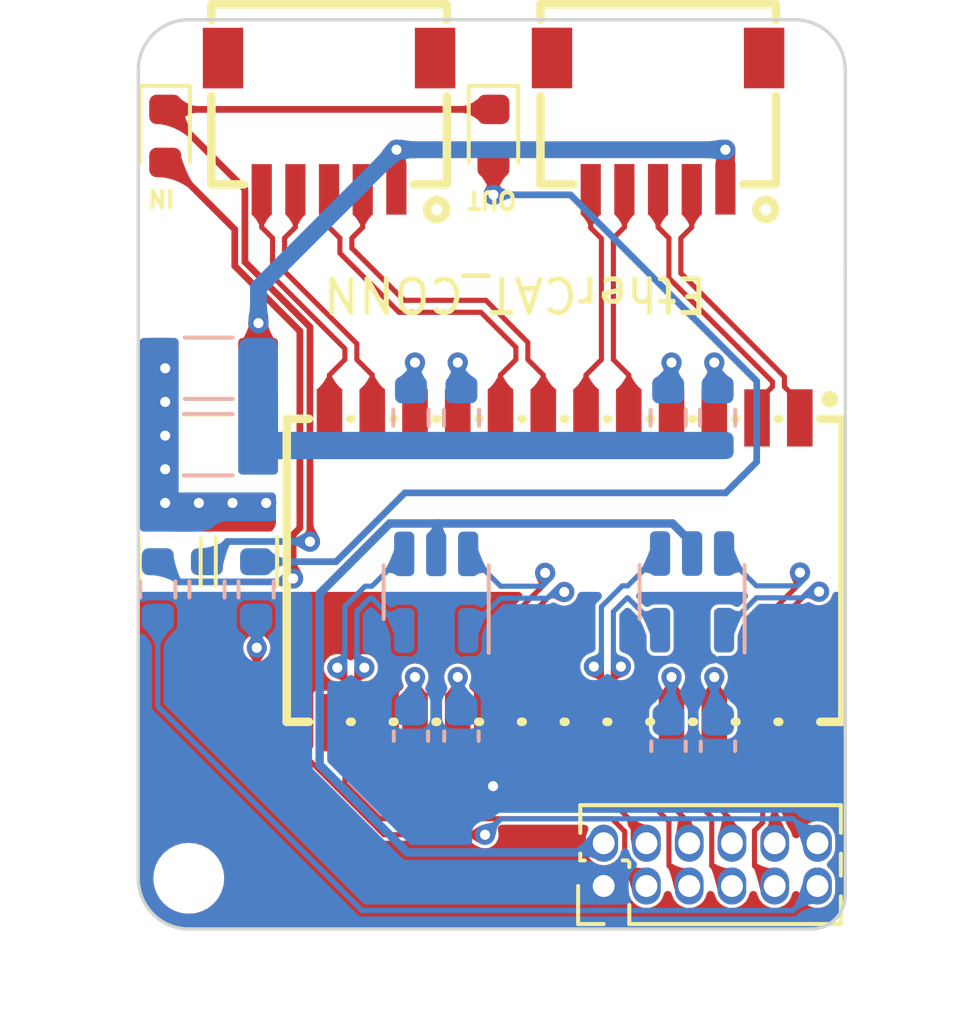
<source format=kicad_pcb>
(kicad_pcb (version 20221018) (generator pcbnew)
  (layers (0 "F.Cu" signal) (31 "B.Cu" signal) (34 "B.Paste" user) (35 "F.Paste" user) (36 "B.SilkS" user "B.Silkscreen") (37 "F.SilkS" user "F.Silkscreen") (38 "B.Mask" user) (39 "F.Mask" user) (44 "Edge.Cuts" user))
  (net 0 "")
  (net 1 "GND")
  (net 2 "Net-(C1-Pad2)")
  (net 3 "Net-(C2-Pad2)")
  (net 4 "Net-(C3-Pad2)")
  (net 5 "Net-(C4-Pad2)")
  (net 6 "Earth")
  (net 7 "Net-(C6-Pad1)")
  (net 8 "Net-(C7-Pad2)")
  (net 9 "/CONN/P0_MTXOP")
  (net 10 "/CONN/P0_MTXON")
  (net 11 "/CONN/P0_MRXIP")
  (net 12 "/CONN/P0_MRXIN")
  (net 15 "/CONN/P1_MTXOP")
  (net 16 "/CONN/P1_MTXON")
  (net 17 "/CONN/P1_MRXIP")
  (net 18 "/CONN/P1_MRXIN")
  (net 21 "Net-(D1-K)")
  (net 22 "Net-(D1-A)")
  (net 23 "Net-(D2-A)")
  (net 24 "A3V3")
  (net 25 "/CONN/P1_TXOP")
  (net 26 "/CONN/P1_TXON")
  (net 27 "/CONN/P1_RXIP")
  (net 28 "/CONN/P1_RXIN")
  (net 29 "/CONN/P0_TXOP")
  (net 30 "/CONN/P0_TXON")
  (net 31 "/CONN/P0_RXIP")
  (net 32 "/CONN/P0_RXIN")
  (net 33 "/CONN/P0_ACT")
  (net 34 "/CONN/P1_ACT")
  (net 35 "Net-(L1-Pad3)")
  (net 36 "Net-(L1-Pad4)")
  (net 37 "Net-(L1-Pad9)")
  (net 38 "Net-(L1-Pad10)")
  (footprint "Capacitor_SMD:C_1206_3216Metric" (layer "F.Cu") (at 147.1425 96.745 90)
    (fp_text reference "C5" hide)
    (fp_text value "1000p")
    (pad "1" smd roundrect (at -1.475 0 90) (size 1.15 1.8) (layers "F.Cu" "F.Paste" "F.Mask") (roundrect_rratio 0.2173913043) (net 1 "GND"))
    (pad "2" smd roundrect (at 1.475 0 90) (size 1.15 1.8) (layers "F.Cu" "F.Paste" "F.Mask") (roundrect_rratio 0.2173913043) (net 6 "Earth"))
  )
  (footprint "LED_SMD:LED_0603_1608Metric" (layer "F.Cu") (at 147 84.1 -90)
    (fp_text reference "D1" hide)
    (fp_text value "GREEN")
    (pad "1" smd roundrect (at -0.7875 0 270) (size 0.875 0.95) (layers "F.Cu" "F.Paste" "F.Mask") (net 21 "Net-(D1-K)"))
    (pad "2" smd roundrect (at 0.7875 0 270) (size 0.875 0.95) (layers "F.Cu" "F.Paste" "F.Mask") (net 22 "Net-(D1-A)"))
  )
  (footprint "LED_SMD:LED_0603_1608Metric" (layer "F.Cu") (at 156.75 84.1 -90)
    (fp_text reference "D2" hide)
    (fp_text value "GREEN")
    (pad "1" smd roundrect (at -0.7875 0 270) (size 0.875 0.95) (layers "F.Cu" "F.Paste" "F.Mask") (net 21 "Net-(D1-K)"))
    (pad "2" smd roundrect (at 0.7875 0 270) (size 0.875 0.95) (layers "F.Cu" "F.Paste" "F.Mask") (net 23 "Net-(D2-A)"))
  )
  (footprint "EXTRA IC:CONN-TH_5019530507" (layer "F.Cu") (at 161.64 83.736 180)
    (fp_text reference "CN1" hide)
    (fp_text value "5019530507")
    (pad "1" smd rect (at 2 -1.95 180) (size 0.6 1.5) (layers "F.Cu" "F.Paste" "F.Mask") (net 9 "/CONN/P0_MTXOP"))
    (pad "2" smd rect (at 1 -1.95 180) (size 0.6 1.5) (layers "F.Cu" "F.Paste" "F.Mask") (net 10 "/CONN/P0_MTXON"))
    (pad "3" smd rect (at 0 -1.95 180) (size 0.6 1.5) (layers "F.Cu" "F.Paste" "F.Mask") (net 11 "/CONN/P0_MRXIP"))
    (pad "4" smd rect (at -1 -1.95 180) (size 0.6 1.5) (layers "F.Cu" "F.Paste" "F.Mask") (net 12 "/CONN/P0_MRXIN"))
    (pad "5" smd rect (at -2 -1.95 180) (size 0.6 1.5) (layers "F.Cu" "F.Paste" "F.Mask") (net 8 "Net-(C7-Pad2)"))
    (pad "6" smd rect (at -3.15 1.95 180) (size 1.2 1.8) (layers "F.Cu" "F.Paste" "F.Mask"))
    (pad "7" smd rect (at 3.15 1.95 180) (size 1.2 1.8) (layers "F.Cu" "F.Paste" "F.Mask"))
  )
  (footprint "EXTRA IC:MountingHole_1.7mm_M1.6" (layer "F.Cu") (at 165.700164 88.15)
    (fp_text reference "H2" hide)
    (fp_text value "MountingHole")
    (pad "" np_thru_hole circle (at 0 0) (size 1.7 1.7) (drill 1.7) (layers "*.Cu" "*.Mask"))
  )
  (footprint "EXTRA IC:MountingHole_1.7mm_M1.6" (layer "F.Cu") (at 147.700164 106.147)
    (fp_text reference "H1" hide)
    (fp_text value "MountingHole")
    (pad "" np_thru_hole circle (at 0 0) (size 1.7 1.7) (drill 1.7) (layers "*.Cu" "*.Mask"))
  )
  (footprint "EXTRA IC:SMD-24_L16.5-W9.0-P1.27-LS9.7-BL" (layer "F.Cu") (at 158.865 97 180)
    (fp_text reference "L1" hide)
    (fp_text value "G2425S")
    (pad "1" smd rect (at -6.985 4.525 180) (size 0.76 1.7) (layers "F.Cu" "F.Paste" "F.Mask") (net 12 "/CONN/P0_MRXIN"))
    (pad "2" smd rect (at -5.715 4.525 180) (size 0.76 1.7) (layers "F.Cu" "F.Paste" "F.Mask") (net 11 "/CONN/P0_MRXIP"))
    (pad "3" smd rect (at -4.445 4.525 180) (size 0.76 1.7) (layers "F.Cu" "F.Paste" "F.Mask") (net 35 "Net-(L1-Pad3)"))
    (pad "4" smd rect (at -3.175 4.525 180) (size 0.76 1.7) (layers "F.Cu" "F.Paste" "F.Mask") (net 36 "Net-(L1-Pad4)"))
    (pad "5" smd rect (at -1.905 4.525 180) (size 0.76 1.7) (layers "F.Cu" "F.Paste" "F.Mask") (net 10 "/CONN/P0_MTXON"))
    (pad "6" smd rect (at -0.635 4.525 180) (size 0.76 1.7) (layers "F.Cu" "F.Paste" "F.Mask") (net 9 "/CONN/P0_MTXOP"))
    (pad "7" smd rect (at 0.635 4.525 180) (size 0.76 1.7) (layers "F.Cu" "F.Paste" "F.Mask") (net 18 "/CONN/P1_MRXIN"))
    (pad "8" smd rect (at 1.905 4.525 180) (size 0.76 1.7) (layers "F.Cu" "F.Paste" "F.Mask") (net 17 "/CONN/P1_MRXIP"))
    (pad "9" smd rect (at 3.175 4.525 180) (size 0.76 1.7) (layers "F.Cu" "F.Paste" "F.Mask") (net 37 "Net-(L1-Pad9)"))
    (pad "10" smd rect (at 4.445 4.525 180) (size 0.76 1.7) (layers "F.Cu" "F.Paste" "F.Mask") (net 38 "Net-(L1-Pad10)"))
    (pad "11" smd rect (at 5.715 4.525 180) (size 0.76 1.7) (layers "F.Cu" "F.Paste" "F.Mask") (net 16 "/CONN/P1_MTXON"))
    (pad "12" smd rect (at 6.985 4.525 180) (size 0.76 1.7) (layers "F.Cu" "F.Paste" "F.Mask") (net 15 "/CONN/P1_MTXOP"))
    (pad "13" smd rect (at 6.985 -4.525 180) (size 0.76 1.7) (layers "F.Cu" "F.Paste" "F.Mask") (net 25 "/CONN/P1_TXOP"))
    (pad "14" smd rect (at 5.715 -4.525 180) (size 0.76 1.7) (layers "F.Cu" "F.Paste" "F.Mask") (net 26 "/CONN/P1_TXON"))
    (pad "15" smd rect (at 4.445 -4.525 180) (size 0.76 1.7) (layers "F.Cu" "F.Paste" "F.Mask") (net 2 "Net-(C1-Pad2)"))
    (pad "16" smd rect (at 3.175 -4.525 180) (size 0.76 1.7) (layers "F.Cu" "F.Paste" "F.Mask") (net 3 "Net-(C2-Pad2)"))
    (pad "17" smd rect (at 1.905 -4.525 180) (size 0.76 1.7) (layers "F.Cu" "F.Paste" "F.Mask") (net 27 "/CONN/P1_RXIP"))
    (pad "18" smd rect (at 0.635 -4.525 180) (size 0.76 1.7) (layers "F.Cu" "F.Paste" "F.Mask") (net 28 "/CONN/P1_RXIN"))
    (pad "19" smd rect (at -0.635 -4.525 180) (size 0.76 1.7) (layers "F.Cu" "F.Paste" "F.Mask") (net 29 "/CONN/P0_TXOP"))
    (pad "20" smd rect (at -1.905 -4.525 180) (size 0.76 1.7) (layers "F.Cu" "F.Paste" "F.Mask") (net 30 "/CONN/P0_TXON"))
    (pad "21" smd rect (at -3.175 -4.525 180) (size 0.76 1.7) (layers "F.Cu" "F.Paste" "F.Mask") (net 4 "Net-(C3-Pad2)"))
    (pad "22" smd rect (at -4.445 -4.525 180) (size 0.76 1.7) (layers "F.Cu" "F.Paste" "F.Mask") (net 5 "Net-(C4-Pad2)"))
    (pad "23" smd rect (at -5.715 -4.525 180) (size 0.76 1.7) (layers "F.Cu" "F.Paste" "F.Mask") (net 31 "/CONN/P0_RXIP"))
    (pad "24" smd rect (at -6.985 -4.525 180) (size 0.76 1.7) (layers "F.Cu" "F.Paste" "F.Mask") (net 32 "/CONN/P0_RXIN"))
  )
  (footprint "Resistor_SMD:R_1206_3216Metric" (layer "F.Cu") (at 149.4125 96.745 90)
    (fp_text reference "R1" hide)
    (fp_text value "1M")
    (pad "1" smd roundrect (at -1.4625 0 90) (size 1.125 1.75) (layers "F.Cu" "F.Paste" "F.Mask") (roundrect_rratio 0.2222222222) (net 1 "GND"))
    (pad "2" smd roundrect (at 1.4625 0 90) (size 1.125 1.75) (layers "F.Cu" "F.Paste" "F.Mask") (roundrect_rratio 0.2222222222) (net 6 "Earth"))
  )
  (footprint "Capacitor_SMD:C_1206_3216Metric" (layer "F.Cu") (at 148.295 91)
    (fp_text reference "C7" hide)
    (fp_text value "1000p")
    (pad "1" smd roundrect (at -1.475 0) (size 1.15 1.8) (layers "F.Cu" "F.Paste" "F.Mask") (roundrect_rratio 0.2173913043) (net 6 "Earth"))
    (pad "2" smd roundrect (at 1.475 0) (size 1.15 1.8) (layers "F.Cu" "F.Paste" "F.Mask") (roundrect_rratio 0.2173913043) (net 8 "Net-(C7-Pad2)"))
  )
  (footprint "Connector_PinHeader_1.27mm:ECAT" (layer "F.Cu") (at 163.235 105.805 90)
    (fp_text reference "J2" hide)
    (fp_text value "Conn_01x12")
    (pad "1" thru_hole rect (at -0.57 -3.21 90) (size 1.1 0.85) (drill 0.65) (layers "*.Cu" "*.Mask") (net 1 "GND"))
    (pad "2" thru_hole oval (at 0.7 -3.21 90) (size 1.1 0.85) (drill 0.65) (layers "*.Cu" "*.Mask") (net 24 "A3V3"))
    (pad "3" thru_hole oval (at -0.57 -1.94 90) (size 1.1 0.85) (drill 0.65) (layers "*.Cu" "*.Mask") (net 25 "/CONN/P1_TXOP"))
    (pad "4" thru_hole oval (at 0.7 -1.94 90) (size 1.1 0.85) (drill 0.65) (layers "*.Cu" "*.Mask") (net 26 "/CONN/P1_TXON"))
    (pad "5" thru_hole oval (at -0.57 -0.67 90) (size 1.1 0.85) (drill 0.65) (layers "*.Cu" "*.Mask") (net 27 "/CONN/P1_RXIP"))
    (pad "6" thru_hole oval (at 0.7 -0.67 90) (size 1.1 0.85) (drill 0.65) (layers "*.Cu" "*.Mask") (net 28 "/CONN/P1_RXIN"))
    (pad "7" thru_hole oval (at -0.57 0.6 90) (size 1.1 0.85) (drill 0.65) (layers "*.Cu" "*.Mask") (net 29 "/CONN/P0_TXOP"))
    (pad "8" thru_hole oval (at 0.7 0.6 90) (size 1.1 0.85) (drill 0.65) (layers "*.Cu" "*.Mask") (net 30 "/CONN/P0_TXON"))
    (pad "9" thru_hole oval (at -0.57 1.87 90) (size 1.1 0.85) (drill 0.65) (layers "*.Cu" "*.Mask") (net 31 "/CONN/P0_RXIP"))
    (pad "10" thru_hole oval (at 0.7 1.87 90) (size 1.1 0.85) (drill 0.65) (layers "*.Cu" "*.Mask") (net 32 "/CONN/P0_RXIN"))
    (pad "11" thru_hole oval (at -0.57 3.14 90) (size 1.1 0.85) (drill 0.65) (layers "*.Cu" "*.Mask") (net 33 "/CONN/P0_ACT"))
    (pad "12" thru_hole oval (at 0.7 3.14 90) (size 1.1 0.85) (drill 0.65) (layers "*.Cu" "*.Mask") (net 34 "/CONN/P1_ACT"))
  )
  (footprint "Resistor_SMD:R_1206_3216Metric" (layer "F.Cu") (at 148.2725 93.28)
    (fp_text reference "R7" hide)
    (fp_text value "1M")
    (pad "1" smd roundrect (at -1.4625 0) (size 1.125 1.75) (layers "F.Cu" "F.Paste" "F.Mask") (roundrect_rratio 0.2222222222) (net 6 "Earth"))
    (pad "2" smd roundrect (at 1.4625 0) (size 1.125 1.75) (layers "F.Cu" "F.Paste" "F.Mask") (roundrect_rratio 0.2222222222) (net 8 "Net-(C7-Pad2)"))
  )
  (footprint "EXTRA IC:MountingHole_1.7mm_M1.6" (layer "F.Cu") (at 147.700164 88.15)
    (fp_text reference "H3" hide)
    (fp_text value "MountingHole")
    (pad "" np_thru_hole circle (at 0 0) (size 1.7 1.7) (drill 1.7) (layers "*.Cu" "*.Mask"))
  )
  (footprint "EXTRA IC:CONN-TH_5019530507" (layer "F.Cu") (at 151.867 83.738 180)
    (fp_text reference "CN2" hide)
    (fp_text value "5019530507")
    (pad "1" smd rect (at 2 -1.95 180) (size 0.6 1.5) (layers "F.Cu" "F.Paste" "F.Mask") (net 15 "/CONN/P1_MTXOP"))
    (pad "2" smd rect (at 1 -1.95 180) (size 0.6 1.5) (layers "F.Cu" "F.Paste" "F.Mask") (net 16 "/CONN/P1_MTXON"))
    (pad "3" smd rect (at 0 -1.95 180) (size 0.6 1.5) (layers "F.Cu" "F.Paste" "F.Mask") (net 17 "/CONN/P1_MRXIP"))
    (pad "4" smd rect (at -1 -1.95 180) (size 0.6 1.5) (layers "F.Cu" "F.Paste" "F.Mask") (net 18 "/CONN/P1_MRXIN"))
    (pad "5" smd rect (at -2 -1.95 180) (size 0.6 1.5) (layers "F.Cu" "F.Paste" "F.Mask") (net 8 "Net-(C7-Pad2)"))
    (pad "6" smd rect (at -3.15 1.95 180) (size 1.2 1.8) (layers "F.Cu" "F.Paste" "F.Mask"))
    (pad "7" smd rect (at 3.15 1.95 180) (size 1.2 1.8) (layers "F.Cu" "F.Paste" "F.Mask"))
  )
  (footprint "Resistor_SMD:R_0603_1608Metric" (layer "B.Cu") (at 154.3 92.47 -90)
    (fp_text reference "R2" hide)
    (fp_text value "75")
    (pad "1" smd roundrect (at -0.825 0 270) (size 0.8 0.95) (layers "B.Cu" "B.Paste" "B.Mask") (net 38 "Net-(L1-Pad10)"))
    (pad "2" smd roundrect (at 0.825 0 270) (size 0.8 0.95) (layers "B.Cu" "B.Paste" "B.Mask") (net 7 "Net-(C6-Pad1)"))
  )
  (footprint "Resistor_SMD:R_1206_3216Metric" (layer "B.Cu") (at 148.2775 93.27 180)
    (fp_text reference "R6" hide)
    (fp_text value "1M")
    (pad "1" smd roundrect (at -1.4625 0 180) (size 1.125 1.75) (layers "B.Cu" "B.Paste" "B.Mask") (roundrect_rratio 0.2222222222) (net 7 "Net-(C6-Pad1)"))
    (pad "2" smd roundrect (at 1.4625 0 180) (size 1.125 1.75) (layers "B.Cu" "B.Paste" "B.Mask") (roundrect_rratio 0.2222222222) (net 6 "Earth"))
  )
  (footprint "Resistor_SMD:R_0603_1608Metric" (layer "B.Cu") (at 155.8 92.47 -90)
    (fp_text reference "R3" hide)
    (fp_text value "75")
    (pad "1" smd roundrect (at -0.825 0 270) (size 0.8 0.95) (layers "B.Cu" "B.Paste" "B.Mask") (net 37 "Net-(L1-Pad9)"))
    (pad "2" smd roundrect (at 0.825 0 270) (size 0.8 0.95) (layers "B.Cu" "B.Paste" "B.Mask") (net 7 "Net-(C6-Pad1)"))
  )
  (footprint "Capacitor_SMD:C_0603_1608Metric" (layer "B.Cu") (at 161.95 102.225 90)
    (fp_text reference "C3" hide)
    (fp_text value "100n")
    (pad "1" smd roundrect (at -0.775 0 90) (size 0.9 0.95) (layers "B.Cu" "B.Paste" "B.Mask") (net 1 "GND"))
    (pad "2" smd roundrect (at 0.775 0 90) (size 0.9 0.95) (layers "B.Cu" "B.Paste" "B.Mask") (net 4 "Net-(C3-Pad2)"))
  )
  (footprint "Package_TO_SOT_SMD:SOT-23-6" (layer "B.Cu") (at 155.05 97.65 90)
    (fp_text reference "U2" hide)
    (fp_text value "SRV05-4")
    (pad "1" smd roundrect (at -1.1375 0.95 90) (size 1.325 0.6) (layers "B.Cu" "B.Paste" "B.Mask") (net 28 "/CONN/P1_RXIN"))
    (pad "2" smd roundrect (at -1.1375 0 90) (size 1.325 0.6) (layers "B.Cu" "B.Paste" "B.Mask") (net 1 "GND"))
    (pad "3" smd roundrect (at -1.1375 -0.95 90) (size 1.325 0.6) (layers "B.Cu" "B.Paste" "B.Mask") (net 26 "/CONN/P1_TXON"))
    (pad "4" smd roundrect (at 1.1375 -0.95 90) (size 1.325 0.6) (layers "B.Cu" "B.Paste" "B.Mask") (net 25 "/CONN/P1_TXOP"))
    (pad "5" smd roundrect (at 1.1375 0 90) (size 1.325 0.6) (layers "B.Cu" "B.Paste" "B.Mask") (net 24 "A3V3"))
    (pad "6" smd roundrect (at 1.1375 0.95 90) (size 1.325 0.6) (layers "B.Cu" "B.Paste" "B.Mask") (net 27 "/CONN/P1_RXIP"))
  )
  (footprint "Resistor_SMD:R_0603_1608Metric" (layer "B.Cu") (at 161.94 92.47 -90)
    (fp_text reference "R4" hide)
    (fp_text value "75")
    (pad "1" smd roundrect (at -0.825 0 270) (size 0.8 0.95) (layers "B.Cu" "B.Paste" "B.Mask") (net 36 "Net-(L1-Pad4)"))
    (pad "2" smd roundrect (at 0.825 0 270) (size 0.8 0.95) (layers "B.Cu" "B.Paste" "B.Mask") (net 7 "Net-(C6-Pad1)"))
  )
  (footprint "Capacitor_SMD:C_0603_1608Metric" (layer "B.Cu") (at 155.8 101.925 90)
    (fp_text reference "C2" hide)
    (fp_text value "100n")
    (pad "1" smd roundrect (at -0.775 0 90) (size 0.9 0.95) (layers "B.Cu" "B.Paste" "B.Mask") (net 1 "GND"))
    (pad "2" smd roundrect (at 0.775 0 90) (size 0.9 0.95) (layers "B.Cu" "B.Paste" "B.Mask") (net 3 "Net-(C2-Pad2)"))
  )
  (footprint "Resistor_SMD:R_0603_1608Metric" (layer "B.Cu") (at 148.24 97.57 -90)
    (fp_text reference "R10" hide)
    (fp_text value "0")
    (pad "1" smd roundrect (at -0.825 0 270) (size 0.8 0.95) (layers "B.Cu" "B.Paste" "B.Mask") (net 21 "Net-(D1-K)"))
    (pad "2" smd roundrect (at 0.825 0 270) (size 0.8 0.95) (layers "B.Cu" "B.Paste" "B.Mask") (net 1 "GND"))
  )
  (footprint "Resistor_SMD:R_0603_1608Metric" (layer "B.Cu") (at 146.78 97.57 90)
    (fp_text reference "R8" hide)
    (fp_text value "510")
    (pad "1" smd roundrect (at -0.825 0 90) (size 0.8 0.95) (layers "B.Cu" "B.Paste" "B.Mask") (net 33 "/CONN/P0_ACT"))
    (pad "2" smd roundrect (at 0.825 0 90) (size 0.8 0.95) (layers "B.Cu" "B.Paste" "B.Mask") (net 22 "Net-(D1-A)"))
  )
  (footprint "Resistor_SMD:R_0603_1608Metric" (layer "B.Cu") (at 149.7 97.57 90)
    (fp_text reference "R9" hide)
    (fp_text value "510")
    (pad "1" smd roundrect (at -0.825 0 90) (size 0.8 0.95) (layers "B.Cu" "B.Paste" "B.Mask") (net 34 "/CONN/P1_ACT"))
    (pad "2" smd roundrect (at 0.825 0 90) (size 0.8 0.95) (layers "B.Cu" "B.Paste" "B.Mask") (net 23 "Net-(D2-A)"))
  )
  (footprint "Capacitor_SMD:C_0603_1608Metric" (layer "B.Cu") (at 154.3 101.925 90)
    (fp_text reference "C1" hide)
    (fp_text value "100n")
    (pad "1" smd roundrect (at -0.775 0 90) (size 0.9 0.95) (layers "B.Cu" "B.Paste" "B.Mask") (net 1 "GND"))
    (pad "2" smd roundrect (at 0.775 0 90) (size 0.9 0.95) (layers "B.Cu" "B.Paste" "B.Mask") (net 2 "Net-(C1-Pad2)"))
  )
  (footprint "Capacitor_SMD:C_0603_1608Metric" (layer "B.Cu") (at 163.42 102.225 90)
    (fp_text reference "C4" hide)
    (fp_text value "100n")
    (pad "1" smd roundrect (at -0.775 0 90) (size 0.9 0.95) (layers "B.Cu" "B.Paste" "B.Mask") (net 1 "GND"))
    (pad "2" smd roundrect (at 0.775 0 90) (size 0.9 0.95) (layers "B.Cu" "B.Paste" "B.Mask") (net 5 "Net-(C4-Pad2)"))
  )
  (footprint "Resistor_SMD:R_0603_1608Metric" (layer "B.Cu") (at 163.41 92.47 -90)
    (fp_text reference "R5" hide)
    (fp_text value "75")
    (pad "1" smd roundrect (at -0.825 0 270) (size 0.8 0.95) (layers "B.Cu" "B.Paste" "B.Mask") (net 35 "Net-(L1-Pad3)"))
    (pad "2" smd roundrect (at 0.825 0 270) (size 0.8 0.95) (layers "B.Cu" "B.Paste" "B.Mask") (net 7 "Net-(C6-Pad1)"))
  )
  (footprint "Capacitor_SMD:C_1206_3216Metric" (layer "B.Cu") (at 148.295 91 180)
    (fp_text reference "C6" hide)
    (fp_text value "1000p")
    (pad "1" smd roundrect (at -1.475 0 180) (size 1.15 1.8) (layers "B.Cu" "B.Paste" "B.Mask") (roundrect_rratio 0.2173913043) (net 7 "Net-(C6-Pad1)"))
    (pad "2" smd roundrect (at 1.475 0 180) (size 1.15 1.8) (layers "B.Cu" "B.Paste" "B.Mask") (roundrect_rratio 0.2173913043) (net 6 "Earth"))
  )
  (footprint "Package_TO_SOT_SMD:SOT-23-6" (layer "B.Cu") (at 162.65 97.64 90)
    (fp_text reference "U1" hide)
    (fp_text value "SRV05-4")
    (pad "1" smd roundrect (at -1.1375 0.95 90) (size 1.325 0.6) (layers "B.Cu" "B.Paste" "B.Mask") (net 32 "/CONN/P0_RXIN"))
    (pad "2" smd roundrect (at -1.1375 0 90) (size 1.325 0.6) (layers "B.Cu" "B.Paste" "B.Mask") (net 1 "GND"))
    (pad "3" smd roundrect (at -1.1375 -0.95 90) (size 1.325 0.6) (layers "B.Cu" "B.Paste" "B.Mask") (net 30 "/CONN/P0_TXON"))
    (pad "4" smd roundrect (at 1.1375 -0.95 90) (size 1.325 0.6) (layers "B.Cu" "B.Paste" "B.Mask") (net 29 "/CONN/P0_TXOP"))
    (pad "5" smd roundrect (at 1.1375 0 90) (size 1.325 0.6) (layers "B.Cu" "B.Paste" "B.Mask") (net 24 "A3V3"))
    (pad "6" smd roundrect (at 1.1375 0.95 90) (size 1.325 0.6) (layers "B.Cu" "B.Paste" "B.Mask") (net 31 "/CONN/P0_RXIP"))
  )
  (gr_line (start 146.2 82.15) (end 146.200164 88.15) (stroke (width 0.1)) (layer "Edge.Cuts"))
  (gr_line (start 166.200164 107.65) (end 147.700164 107.65) (stroke (width 0.1)) (layer "Edge.Cuts"))
  (gr_arc (start 165.7 80.65) (mid 166.76066 81.08934) (end 167.2 82.15) (stroke (width 0.1)) (layer "Edge.Cuts"))
  (gr_line (start 146.200164 106.15) (end 146.200164 88.15) (stroke (width 0.1)) (layer "Edge.Cuts"))
  (gr_arc (start 146.2 82.15) (mid 146.63934 81.08934) (end 147.7 80.65) (stroke (width 0.1)) (layer "Edge.Cuts"))
  (gr_line (start 165.7 80.65) (end 147.7 80.65) (stroke (width 0.1)) (layer "Edge.Cuts"))
  (gr_line (start 167.200164 88.15) (end 167.200164 106.65) (stroke (width 0.1)) (layer "Edge.Cuts"))
  (gr_arc (start 167.200164 106.65) (mid 166.907271 107.357107) (end 166.200164 107.65) (stroke (width 0.1)) (layer "Edge.Cuts"))
  (gr_line (start 167.2 82.15) (end 167.200164 88.15) (stroke (width 0.1)) (layer "Edge.Cuts"))
  (gr_arc (start 147.700164 107.65) (mid 146.639504 107.21066) (end 146.200164 106.15) (stroke (width 0.1)) (layer "Edge.Cuts"))
  (gr_text "EtherCAT_CONN" (at 157.4 88.8 180) (layer "F.SilkS") (effects (font (size 1 1))))
  (gr_text "IN" (at 147.35 85.95 180) (layer "F.SilkS") (effects (font (size 0.5 0.5) (thickness 0.125) bold) (justify left)))
  (gr_text "OUT" (at 157.5 86 180) (layer "F.SilkS") (effects (font (size 0.5 0.5) (thickness 0.125) bold) (justify left)))
  (via (at 156.74 103.41) (size 0.6) (drill 0.3) (layers "F.Cu" "B.Cu") (net 1))
  (segment (start 154.42 101.525) (end 154.42 100.17) (width 0.2) (layer "F.Cu") (net 2))
  (via (at 154.42 100.17) (size 0.6) (drill 0.3) (layers "F.Cu" "B.Cu") (net 2))
  (segment (start 154.42 100.17) (end 154.42 101.03) (width 0.2) (layer "B.Cu") (net 2))
  (segment (start 154.42 101.03) (end 154.3 101.15) (width 0.2) (layer "B.Cu") (net 2))
  (segment (start 155.69 101.525) (end 155.69 100.17) (width 0.2) (layer "F.Cu") (net 3))
  (via (at 155.69 100.17) (size 0.6) (drill 0.3) (layers "F.Cu" "B.Cu") (net 3))
  (segment (start 155.69 100.17) (end 155.69 101.04) (width 0.2) (layer "B.Cu") (net 3))
  (segment (start 155.69 101.04) (end 155.8 101.15) (width 0.2) (layer "B.Cu") (net 3))
  (segment (start 162.04 101.525) (end 162.04 100.17) (width 0.2) (layer "F.Cu") (net 4))
  (via (at 162.04 100.17) (size 0.6) (drill 0.3) (layers "F.Cu" "B.Cu") (net 4))
  (segment (start 162.04 100.17) (end 162.04 101.36) (width 0.2) (layer "B.Cu") (net 4))
  (segment (start 162.04 101.36) (end 161.95 101.45) (width 0.2) (layer "B.Cu") (net 4))
  (segment (start 163.31 101.525) (end 163.31 100.17) (width 0.2) (layer "F.Cu") (net 5))
  (via (at 163.31 100.17) (size 0.6) (drill 0.3) (layers "F.Cu" "B.Cu") (net 5))
  (segment (start 163.31 101.34) (end 163.42 101.45) (width 0.2) (layer "B.Cu") (net 5))
  (segment (start 163.31 100.17) (end 163.31 101.34) (width 0.2) (layer "B.Cu") (net 5))
  (via (at 149 95) (size 0.6) (drill 0.3) (layers "F.Cu" "B.Cu") (net 6))
  (via (at 147 95) (size 0.6) (drill 0.3) (layers "F.Cu" "B.Cu") (net 6))
  (via (at 147 93) (size 0.6) (drill 0.3) (layers "F.Cu" "B.Cu") (net 6))
  (via (at 147 91) (size 0.6) (drill 0.3) (layers "F.Cu" "B.Cu") (net 6))
  (via (at 148 95) (size 0.6) (drill 0.3) (layers "F.Cu" "B.Cu") (net 6))
  (via (at 150 95) (size 0.6) (drill 0.3) (layers "F.Cu" "B.Cu") (net 6))
  (via (at 147 94) (size 0.6) (drill 0.3) (layers "F.Cu" "B.Cu") (net 6))
  (via (at 147 92) (size 0.6) (drill 0.3) (layers "F.Cu" "B.Cu") (net 6))
  (segment (start 163.64 85.686) (end 163.64 84.51) (width 0.5) (layer "F.Cu") (net 8))
  (segment (start 153.867 85.688) (end 153.867 84.513) (width 0.5) (layer "F.Cu") (net 8))
  (segment (start 149.77 91) (end 149.77 89.66) (width 0.5) (layer "F.Cu") (net 8))
  (segment (start 153.867 84.513) (end 153.87 84.51) (width 0.5) (layer "F.Cu") (net 8))
  (via (at 149.77 89.66) (size 0.6) (drill 0.3) (layers "F.Cu" "B.Cu") (net 8))
  (via (at 163.64 84.51) (size 0.6) (drill 0.3) (layers "F.Cu" "B.Cu") (net 8))
  (via (at 153.87 84.51) (size 0.6) (drill 0.3) (layers "F.Cu" "B.Cu") (net 8))
  (segment (start 149.77 89.66) (end 149.77 88.61) (width 0.5) (layer "B.Cu") (net 8))
  (segment (start 149.77 88.61) (end 153.87 84.51) (width 0.5) (layer "B.Cu") (net 8))
  (segment (start 153.87 84.51) (end 163.64 84.51) (width 0.5) (layer "B.Cu") (net 8))
  (segment (start 159.9572 87.1472) (end 159.64 86.83) (width 0.1524) (layer "F.Cu") (net 9))
  (segment (start 159.5 92.475) (end 159.5 91.199999) (width 0.1524) (layer "F.Cu") (net 9))
  (segment (start 159.5 91.199999) (end 159.9572 90.742799) (width 0.1524) (layer "F.Cu") (net 9))
  (segment (start 159.64 86.83) (end 159.64 85.686) (width 0.1524) (layer "F.Cu") (net 9))
  (segment (start 159.9572 90.742799) (end 159.9572 87.38) (width 0.1524) (layer "F.Cu") (net 9))
  (segment (start 159.9572 87.38) (end 159.9572 87.1472) (width 0.1524) (layer "F.Cu") (net 9))
  (segment (start 160.77 92.475) (end 160.77 91.199999) (width 0.1524) (layer "F.Cu") (net 10))
  (segment (start 160.77 91.199999) (end 160.3128 90.742799) (width 0.1524) (layer "F.Cu") (net 10))
  (segment (start 160.3128 87.1372) (end 160.64 86.81) (width 0.1524) (layer "F.Cu") (net 10))
  (segment (start 160.3128 90.742799) (end 160.3128 87.1372) (width 0.1524) (layer "F.Cu") (net 10))
  (segment (start 160.64 86.81) (end 160.64 85.686) (width 0.1524) (layer "F.Cu") (net 10))
  (segment (start 161.9622 88.323648) (end 165.0372 91.398648) (width 0.1524) (layer "F.Cu") (net 11))
  (segment (start 161.64 85.686) (end 161.64 86.811001) (width 0.1524) (layer "F.Cu") (net 11))
  (segment (start 165.0372 91.398648) (end 165.0372 91.5478) (width 0.1524) (layer "F.Cu") (net 11))
  (segment (start 164.58 92.005) (end 164.58 92.475) (width 0.1524) (layer "F.Cu") (net 11))
  (segment (start 165.0372 91.5478) (end 164.58 92.005) (width 0.1524) (layer "F.Cu") (net 11))
  (segment (start 161.64 86.811001) (end 161.9622 87.133201) (width 0.1524) (layer "F.Cu") (net 11))
  (segment (start 161.9622 87.133201) (end 161.9622 88.323648) (width 0.1524) (layer "F.Cu") (net 11))
  (segment (start 162.3178 88.176352) (end 165.3928 91.251352) (width 0.1524) (layer "F.Cu") (net 12))
  (segment (start 165.3928 91.251352) (end 165.3928 91.5478) (width 0.1524) (layer "F.Cu") (net 12))
  (segment (start 165.85 92.005) (end 165.85 92.475) (width 0.1524) (layer "F.Cu") (net 12))
  (segment (start 165.3928 91.5478) (end 165.85 92.005) (width 0.1524) (layer "F.Cu") (net 12))
  (segment (start 162.64 86.811001) (end 162.3178 87.133201) (width 0.1524) (layer "F.Cu") (net 12))
  (segment (start 162.64 85.686) (end 162.64 86.811001) (width 0.1524) (layer "F.Cu") (net 12))
  (segment (start 162.3178 87.133201) (end 162.3178 88.176352) (width 0.1524) (layer "F.Cu") (net 12))
  (segment (start 150.1892 88.270648) (end 152.3372 90.418648) (width 0.1524) (layer "F.Cu") (net 15))
  (segment (start 152.3372 90.418648) (end 152.3372 90.742799) (width 0.1524) (layer "F.Cu") (net 15))
  (segment (start 149.867 85.688) (end 149.867 86.813001) (width 0.1524) (layer "F.Cu") (net 15))
  (segment (start 151.88 91.199999) (end 151.88 92.475) (width 0.1524) (layer "F.Cu") (net 15))
  (segment (start 149.867 86.813001) (end 150.1892 87.135201) (width 0.1524) (layer "F.Cu") (net 15))
  (segment (start 152.3372 90.742799) (end 151.88 91.199999) (width 0.1524) (layer "F.Cu") (net 15))
  (segment (start 150.1892 87.135201) (end 150.1892 88.270648) (width 0.1524) (layer "F.Cu") (net 15))
  (segment (start 152.6928 90.271352) (end 152.6928 90.742799) (width 0.1524) (layer "F.Cu") (net 16))
  (segment (start 150.5448 88.123352) (end 152.6928 90.271352) (width 0.1524) (layer "F.Cu") (net 16))
  (segment (start 150.867 86.813001) (end 150.5448 87.135201) (width 0.1524) (layer "F.Cu") (net 16))
  (segment (start 153.15 91.199999) (end 153.15 92.475) (width 0.1524) (layer "F.Cu") (net 16))
  (segment (start 152.6928 90.742799) (end 153.15 91.199999) (width 0.1524) (layer "F.Cu") (net 16))
  (segment (start 150.5448 87.135201) (end 150.5448 88.123352) (width 0.1524) (layer "F.Cu") (net 16))
  (segment (start 150.867 85.688) (end 150.867 86.813001) (width 0.1524) (layer "F.Cu") (net 16))
  (segment (start 157.4172 90.378648) (end 157.4172 90.742799) (width 0.1524) (layer "F.Cu") (net 17))
  (segment (start 157.4172 90.742799) (end 156.96 91.199999) (width 0.1524) (layer "F.Cu") (net 17))
  (segment (start 151.867 85.688) (end 151.867 86.813001) (width 0.1524) (layer "F.Cu") (net 17))
  (segment (start 156.376352 89.3378) (end 157.4172 90.378648) (width 0.1524) (layer "F.Cu") (net 17))
  (segment (start 153.946352 89.3378) (end 156.376352 89.3378) (width 0.1524) (layer "F.Cu") (net 17))
  (segment (start 156.96 91.199999) (end 156.96 92.475) (width 0.1524) (layer "F.Cu") (net 17))
  (segment (start 152.1892 87.135201) (end 152.1892 87.580648) (width 0.1524) (layer "F.Cu") (net 17))
  (segment (start 152.1892 87.580648) (end 153.946352 89.3378) (width 0.1524) (layer "F.Cu") (net 17))
  (segment (start 151.867 86.813001) (end 152.1892 87.135201) (width 0.1524) (layer "F.Cu") (net 17))
  (segment (start 152.867 85.688) (end 152.867 86.813001) (width 0.1524) (layer "F.Cu") (net 18))
  (segment (start 157.7728 90.231352) (end 157.7728 90.742799) (width 0.1524) (layer "F.Cu") (net 18))
  (segment (start 157.7728 90.742799) (end 158.23 91.199999) (width 0.1524) (layer "F.Cu") (net 18))
  (segment (start 152.867 86.813001) (end 152.5448 87.135201) (width 0.1524) (layer "F.Cu") (net 18))
  (segment (start 152.5448 87.135201) (end 152.5448 87.433352) (width 0.1524) (layer "F.Cu") (net 18))
  (segment (start 154.093648 88.9822) (end 156.523648 88.9822) (width 0.1524) (layer "F.Cu") (net 18))
  (segment (start 158.23 91.199999) (end 158.23 92.475) (width 0.1524) (layer "F.Cu") (net 18))
  (segment (start 152.5448 87.433352) (end 154.093648 88.9822) (width 0.1524) (layer "F.Cu") (net 18))
  (segment (start 156.523648 88.9822) (end 157.7728 90.231352) (width 0.1524) (layer "F.Cu") (net 18))
  (segment (start 149.367 85.6795) (end 147 83.3125) (width 0.2) (layer "F.Cu") (net 21))
  (segment (start 151.3 96.15) (end 151.3 89.772054) (width 0.2) (layer "F.Cu") (net 21))
  (segment (start 149.367 87.839054) (end 149.367 85.6795) (width 0.2) (layer "F.Cu") (net 21))
  (segment (start 151.3 89.772054) (end 149.367 87.839054) (width 0.2) (layer "F.Cu") (net 21))
  (segment (start 147 83.3125) (end 156.75 83.3125) (width 0.2) (layer "F.Cu") (net 21))
  (via (at 151.3 96.15) (size 0.6) (drill 0.3) (layers "F.Cu" "B.Cu") (net 21))
  (segment (start 151.295 96.145) (end 148.84 96.145) (width 0.2) (layer "B.Cu") (net 21))
  (segment (start 151.3 96.15) (end 151.295 96.145) (width 0.2) (layer "B.Cu") (net 21))
  (segment (start 148.84 96.145) (end 148.24 96.745) (width 0.2) (layer "B.Cu") (net 21))
  (segment (start 151 95.742893) (end 151 89.896318) (width 0.2) (layer "F.Cu") (net 22))
  (segment (start 149.067 86.877) (end 147.0775 84.8875) (width 0.2) (layer "F.Cu") (net 22))
  (segment (start 151 89.896318) (end 149.067 87.963318) (width 0.2) (layer "F.Cu") (net 22))
  (segment (start 147.0775 84.8875) (end 147 84.8875) (width 0.2) (layer "F.Cu") (net 22))
  (segment (start 150.8 97.2445) (end 150.8 95.942893) (width 0.2) (layer "F.Cu") (net 22))
  (segment (start 150.8 95.942893) (end 151 95.742893) (width 0.2) (layer "F.Cu") (net 22))
  (segment (start 149.067 87.963318) (end 149.067 86.877) (width 0.2) (layer "F.Cu") (net 22))
  (via (at 150.8 97.2445) (size 0.6) (drill 0.3) (layers "F.Cu" "B.Cu") (net 22))
  (segment (start 147.38 97.345) (end 146.78 96.745) (width 0.2) (layer "B.Cu") (net 22))
  (segment (start 150.8 97.2445) (end 150.6995 97.345) (width 0.2) (layer "B.Cu") (net 22))
  (segment (start 150.6995 97.345) (end 147.38 97.345) (width 0.2) (layer "B.Cu") (net 22))
  (segment (start 156.75 85.85) (end 156.75 84.8875) (width 0.2) (layer "F.Cu") (net 23))
  (via (at 156.75 85.85) (size 0.6) (drill 0.3) (layers "F.Cu" "B.Cu") (net 23))
  (segment (start 163.65 94.7) (end 164.57 93.78) (width 0.2) (layer "B.Cu") (net 23))
  (segment (start 164.57 91.382893) (end 159.037107 85.85) (width 0.2) (layer "B.Cu") (net 23))
  (segment (start 159.037107 85.85) (end 156.75 85.85) (width 0.2) (layer "B.Cu") (net 23))
  (segment (start 149.7 96.745) (end 152.07538 96.745) (width 0.2) (layer "B.Cu") (net 23))
  (segment (start 152.07538 96.745) (end 154.12038 94.7) (width 0.2) (layer "B.Cu") (net 23))
  (segment (start 164.57 93.78) (end 164.57 91.382893) (width 0.2) (layer "B.Cu") (net 23))
  (segment (start 154.12038 94.7) (end 163.65 94.7) (width 0.2) (layer "B.Cu") (net 23))
  (segment (start 151.5884 97.6916) (end 153.67 95.61) (width 0.25) (layer "B.Cu") (net 24))
  (segment (start 159.7515 105.3785) (end 154.189462 105.3785) (width 0.25) (layer "B.Cu") (net 24))
  (segment (start 154.189462 105.3785) (end 151.5884 102.777438) (width 0.25) (layer "B.Cu") (net 24))
  (segment (start 155.05 96.5125) (end 155.05 95.71) (width 0.25) (layer "B.Cu") (net 24))
  (segment (start 160.025 105.105) (end 159.7515 105.3785) (width 0.25) (layer "B.Cu") (net 24))
  (segment (start 155.05 95.71) (end 155.15 95.61) (width 0.25) (layer "B.Cu") (net 24))
  (segment (start 162.65 96.19) (end 162.65 96.5025) (width 0.25) (layer "B.Cu") (net 24))
  (segment (start 153.67 95.61) (end 155.15 95.61) (width 0.25) (layer "B.Cu") (net 24))
  (segment (start 151.5884 102.777438) (end 151.5884 97.6916) (width 0.25) (layer "B.Cu") (net 24))
  (segment (start 155.15 95.61) (end 162.07 95.61) (width 0.25) (layer "B.Cu") (net 24))
  (segment (start 162.07 95.61) (end 162.65 96.19) (width 0.25) (layer "B.Cu") (net 24))
  (segment (start 160.274025 104.3788) (end 159.2988 104.3788) (width 0.1524) (layer "F.Cu") (net 25))
  (segment (start 151.88 101.995) (end 151.88 101.525) (width 0.1524) (layer "F.Cu") (net 25))
  (segment (start 152.3372 103.338648) (end 152.3372 102.4522) (width 0.1524) (layer "F.Cu") (net 25))
  (segment (start 160.65 104.754775) (end 160.274025 104.3788) (width 0.1524) (layer "F.Cu") (net 25))
  (segment (start 151.88 101.525) (end 152.337199 101.067801) (width 0.1524) (layer "F.Cu") (net 25))
  (segment (start 159.2978 104.3778) (end 153.376352 104.3778) (width 0.1524) (layer "F.Cu") (net 25))
  (segment (start 159.2988 104.3788) (end 159.2978 104.3778) (width 0.1524) (layer "F.Cu") (net 25))
  (segment (start 152.337199 101.067801) (end 152.337199 100.115369) (width 0.1524) (layer "F.Cu") (net 25))
  (segment (start 152.3372 102.4522) (end 151.88 101.995) (width 0.1524) (layer "F.Cu") (net 25))
  (segment (start 152.337199 100.115369) (end 152.1134 99.89157) (width 0.1524) (layer "F.Cu") (net 25))
  (segment (start 160.65 105.73) (end 160.65 104.754775) (width 0.1524) (layer "F.Cu") (net 25))
  (segment (start 153.376352 104.3778) (end 152.3372 103.338648) (width 0.1524) (layer "F.Cu") (net 25))
  (segment (start 161.295 106.375) (end 160.65 105.73) (width 0.1524) (layer "F.Cu") (net 25))
  (via (at 152.1134 99.89157) (size 0.6) (drill 0.3) (layers "F.Cu" "B.Cu") (net 25))
  (segment (start 152.936353 97.472199) (end 152.337199 98.071353) (width 0.1524) (layer "B.Cu") (net 25))
  (segment (start 152.337199 99.667771) (end 152.1134 99.89157) (width 0.1524) (layer "B.Cu") (net 25))
  (segment (start 152.337199 98.071353) (end 152.337199 99.667771) (width 0.1524) (layer "B.Cu") (net 25))
  (segment (start 154.1 96.5125) (end 153.140301 97.472199) (width 0.1524) (layer "B.Cu") (net 25))
  (segment (start 153.140301 97.472199) (end 152.936353 97.472199) (width 0.1524) (layer "B.Cu") (net 25))
  (segment (start 153.15 101.995) (end 152.6928 102.4522) (width 0.1524) (layer "F.Cu") (net 26))
  (segment (start 160.421311 104.023219) (end 159.446114 104.023219) (width 0.1524) (layer "F.Cu") (net 26))
  (segment (start 160.981781 105.105) (end 160.981781 104.583688) (width 0.1524) (layer "F.Cu") (net 26))
  (segment (start 160.981781 104.583688) (end 160.421311 104.023219) (width 0.1524) (layer "F.Cu") (net 26))
  (segment (start 152.6928 102.4522) (end 152.6928 103.191352) (width 0.1524) (layer "F.Cu") (net 26))
  (segment (start 159.445095 104.0222) (end 159.446114 104.023219) (width 0.1524) (layer "F.Cu") (net 26))
  (segment (start 161.295 105.105) (end 160.981781 105.105) (width 0.1524) (layer "F.Cu") (net 26))
  (segment (start 152.692801 100.115369) (end 152.9166 99.89157) (width 0.1524) (layer "F.Cu") (net 26))
  (segment (start 153.523648 104.0222) (end 159.445095 104.0222) (width 0.1524) (layer "F.Cu") (net 26))
  (segment (start 152.6928 103.191352) (end 153.523648 104.0222) (width 0.1524) (layer "F.Cu") (net 26))
  (segment (start 152.692801 101.067801) (end 152.692801 100.115369) (width 0.1524) (layer "F.Cu") (net 26))
  (segment (start 153.15 101.525) (end 153.15 101.995) (width 0.1524) (layer "F.Cu") (net 26))
  (segment (start 153.15 101.525) (end 152.692801 101.067801) (width 0.1524) (layer "F.Cu") (net 26))
  (via (at 152.9166 99.89157) (size 0.6) (drill 0.3) (layers "F.Cu" "B.Cu") (net 26))
  (segment (start 153.140301 97.827801) (end 153.083647 97.827801) (width 0.1524) (layer "B.Cu") (net 26))
  (segment (start 154.1 98.7875) (end 153.140301 97.827801) (width 0.1524) (layer "B.Cu") (net 26))
  (segment (start 152.692801 98.218647) (end 152.692801 99.667771) (width 0.1524) (layer "B.Cu") (net 26))
  (segment (start 152.692801 99.667771) (end 152.9166 99.89157) (width 0.1524) (layer "B.Cu") (net 26))
  (segment (start 153.083647 97.827801) (end 152.692801 98.218647) (width 0.1524) (layer "B.Cu") (net 26))
  (segment (start 157.826352 103.7703) (end 157.4172 103.361148) (width 0.1524) (layer "F.Cu") (net 27))
  (segment (start 157.4172 102.4522) (end 156.96 101.995) (width 0.1524) (layer "F.Cu") (net 27))
  (segment (start 158.286025 97.392527) (end 158.286025 97.076025) (width 0.1524) (layer "F.Cu") (net 27))
  (segment (start 157.4172 103.361148) (end 157.4172 102.4522) (width 0.1524) (layer "F.Cu") (net 27))
  (segment (start 157.4172 98.261352) (end 158.286025 97.392527) (width 0.1524) (layer "F.Cu") (net 27))
  (segment (start 156.96 101.525) (end 156.96 100.249999) (width 0.1524) (layer "F.Cu") (net 27))
  (segment (start 161.2703 103.7703) (end 157.826352 103.7703) (width 0.1524) (layer "F.Cu") (net 27))
  (segment (start 156.96 100.249999) (end 157.4172 99.792799) (width 0.1524) (layer "F.Cu") (net 27))
  (segment (start 161.9638 104.4638) (end 161.2703 103.7703) (width 0.1524) (layer "F.Cu") (net 27))
  (segment (start 162.565 106.375) (end 161.9638 105.7738) (width 0.1524) (layer "F.Cu") (net 27))
  (segment (start 157.4172 99.792799) (end 157.4172 98.261352) (width 0.1524) (layer "F.Cu") (net 27))
  (segment (start 156.96 101.995) (end 156.96 101.525) (width 0.1524) (layer "F.Cu") (net 27))
  (segment (start 161.9638 105.7738) (end 161.9638 104.4638) (width 0.1524) (layer "F.Cu") (net 27))
  (via (at 158.286025 97.076025) (size 0.6) (drill 0.3) (layers "F.Cu" "B.Cu") (net 27))
  (segment (start 158.286025 97.076025) (end 158.286025 97.392527) (width 0.1524) (layer "B.Cu") (net 27))
  (segment (start 158.206353 97.472199) (end 156.959699 97.472199) (width 0.1524) (layer "B.Cu") (net 27))
  (segment (start 156.959699 97.472199) (end 156 96.5125) (width 0.1524) (layer "B.Cu") (net 27))
  (segment (start 158.286025 97.392527) (end 158.206353 97.472199) (width 0.1524) (layer "B.Cu") (net 27))
  (segment (start 161.477562 103.4147) (end 157.973648 103.4147) (width 0.1524) (layer "F.Cu") (net 28))
  (segment (start 158.23 100.249999) (end 157.7728 99.792799) (width 0.1524) (layer "F.Cu") (net 28))
  (segment (start 157.7728 102.4522) (end 158.23 101.995) (width 0.1524) (layer "F.Cu") (net 28))
  (segment (start 162.565 104.502138) (end 161.477562 103.4147) (width 0.1524) (layer "F.Cu") (net 28))
  (segment (start 157.7728 98.408648) (end 158.537473 97.643975) (width 0.1524) (layer "F.Cu") (net 28))
  (segment (start 158.23 101.995) (end 158.23 101.525) (width 0.1524) (layer "F.Cu") (net 28))
  (segment (start 157.7728 103.213852) (end 157.7728 102.4522) (width 0.1524) (layer "F.Cu") (net 28))
  (segment (start 158.537473 97.643975) (end 158.853975 97.643975) (width 0.1524) (layer "F.Cu") (net 28))
  (segment (start 157.7728 99.792799) (end 157.7728 98.408648) (width 0.1524) (layer "F.Cu") (net 28))
  (segment (start 158.23 101.525) (end 158.23 100.249999) (width 0.1524) (layer "F.Cu") (net 28))
  (segment (start 157.973648 103.4147) (end 157.7728 103.213852) (width 0.1524) (layer "F.Cu") (net 28))
  (segment (start 162.565 105.105) (end 162.565 104.502138) (width 0.1524) (layer "F.Cu") (net 28))
  (via (at 158.853975 97.643975) (size 0.6) (drill 0.3) (layers "F.Cu" "B.Cu") (net 28))
  (segment (start 158.853975 97.643975) (end 158.537473 97.643975) (width 0.1524) (layer "B.Cu") (net 28))
  (segment (start 158.537473 97.643975) (end 158.353647 97.827801) (width 0.1524) (layer "B.Cu") (net 28))
  (segment (start 156.959699 97.827801) (end 156 98.7875) (width 0.1524) (layer "B.Cu") (net 28))
  (segment (start 158.353647 97.827801) (end 156.959699 97.827801) (width 0.1524) (layer "B.Cu") (net 28))
  (segment (start 163.2338 105.7738) (end 163.835 106.375) (width 0.1524) (layer "F.Cu") (net 29))
  (segment (start 159.5 101.995) (end 159.9572 102.4522) (width 0.1524) (layer "F.Cu") (net 29))
  (segment (start 163.2338 104.335248) (end 163.2338 105.7738) (width 0.1524) (layer "F.Cu") (net 29))
  (segment (start 159.9572 102.4522) (end 159.9572 102.843648) (width 0.1524) (layer "F.Cu") (net 29))
  (segment (start 159.957199 100.083799) (end 159.7334 99.86) (width 0.1524) (layer "F.Cu") (net 29))
  (segment (start 159.5 101.525) (end 159.957199 101.067801) (width 0.1524) (layer "F.Cu") (net 29))
  (segment (start 159.957199 101.067801) (end 159.957199 100.083799) (width 0.1524) (layer "F.Cu") (net 29))
  (segment (start 159.9572 102.843648) (end 160.276352 103.1628) (width 0.1524) (layer "F.Cu") (net 29))
  (segment (start 160.276352 103.1628) (end 162.061352 103.1628) (width 0.1524) (layer "F.Cu") (net 29))
  (segment (start 159.5 101.525) (end 159.5 101.995) (width 0.1524) (layer "F.Cu") (net 29))
  (segment (start 162.061352 103.1628) (end 163.2338 104.335248) (width 0.1524) (layer "F.Cu") (net 29))
  (via (at 159.7334 99.86) (size 0.6) (drill 0.3) (layers "F.Cu" "B.Cu") (net 29))
  (segment (start 161.7 96.5025) (end 160.740301 97.462199) (width 0.1524) (layer "B.Cu") (net 29))
  (segment (start 160.740301 97.462199) (end 160.576353 97.462199) (width 0.1524) (layer "B.Cu") (net 29))
  (segment (start 159.957199 98.081353) (end 159.957199 99.636201) (width 0.1524) (layer "B.Cu") (net 29))
  (segment (start 159.957199 99.636201) (end 159.7334 99.86) (width 0.1524) (layer "B.Cu") (net 29))
  (segment (start 160.576353 97.462199) (end 159.957199 98.081353) (width 0.1524) (layer "B.Cu") (net 29))
  (segment (start 160.312801 101.067801) (end 160.312801 100.083799) (width 0.1524) (layer "F.Cu") (net 30))
  (segment (start 163.835 104.433552) (end 163.835 105.105) (width 0.1524) (layer "F.Cu") (net 30))
  (segment (start 160.312801 100.083799) (end 160.5366 99.86) (width 0.1524) (layer "F.Cu") (net 30))
  (segment (start 160.77 101.995) (end 160.3128 102.4522) (width 0.1524) (layer "F.Cu") (net 30))
  (segment (start 160.423648 102.8072) (end 162.208648 102.8072) (width 0.1524) (layer "F.Cu") (net 30))
  (segment (start 160.77 101.525) (end 160.312801 101.067801) (width 0.1524) (layer "F.Cu") (net 30))
  (segment (start 160.3128 102.696352) (end 160.423648 102.8072) (width 0.1524) (layer "F.Cu") (net 30))
  (segment (start 160.3128 102.4522) (end 160.3128 102.696352) (width 0.1524) (layer "F.Cu") (net 30))
  (segment (start 160.77 101.525) (end 160.77 101.995) (width 0.1524) (layer "F.Cu") (net 30))
  (segment (start 162.208648 102.8072) (end 163.835 104.433552) (width 0.1524) (layer "F.Cu") (net 30))
  (via (at 160.5366 99.86) (size 0.6) (drill 0.3) (layers "F.Cu" "B.Cu") (net 30))
  (segment (start 161.7 98.7775) (end 160.740301 97.817801) (width 0.1524) (layer "B.Cu") (net 30))
  (segment (start 160.312801 98.228647) (end 160.312801 99.636201) (width 0.1524) (layer "B.Cu") (net 30))
  (segment (start 160.740301 97.817801) (end 160.723647 97.817801) (width 0.1524) (layer "B.Cu") (net 30))
  (segment (start 160.723647 97.817801) (end 160.312801 98.228647) (width 0.1524) (layer "B.Cu") (net 30))
  (segment (start 160.312801 99.636201) (end 160.5366 99.86) (width 0.1524) (layer "B.Cu") (net 30))
  (segment (start 164.58 101.525) (end 164.58 100.249999) (width 0.1524) (layer "F.Cu") (net 31))
  (segment (start 165.856025 97.382527) (end 165.856025 97.066025) (width 0.1524) (layer "F.Cu") (net 31))
  (segment (start 164.7494 103.499152) (end 164.7494 104.485375) (width 0.1524) (layer "F.Cu") (net 31))
  (segment (start 164.7494 104.485375) (end 164.5038 104.730975) (width 0.1524) (layer "F.Cu") (net 31))
  (segment (start 164.5038 104.730975) (end 164.5038 105.7738) (width 0.1524) (layer "F.Cu") (net 31))
  (segment (start 165.0372 98.201352) (end 165.856025 97.382527) (width 0.1524) (layer "F.Cu") (net 31))
  (segment (start 164.58 100.249999) (end 165.0372 99.792799) (width 0.1524) (layer "F.Cu") (net 31))
  (segment (start 165.0372 103.211352) (end 164.7494 103.499152) (width 0.1524) (layer "F.Cu") (net 31))
  (segment (start 164.58 101.525) (end 164.58 101.995) (width 0.1524) (layer "F.Cu") (net 31))
  (segment (start 165.0372 102.4522) (end 165.0372 103.211352) (width 0.1524) (layer "F.Cu") (net 31))
  (segment (start 164.58 101.995) (end 165.0372 102.4522) (width 0.1524) (layer "F.Cu") (net 31))
  (segment (start 165.0372 99.792799) (end 165.0372 98.201352) (width 0.1524) (layer "F.Cu") (net 31))
  (segment (start 164.5038 105.7738) (end 165.105 106.375) (width 0.1524) (layer "F.Cu") (net 31))
  (via (at 165.856025 97.066025) (size 0.6) (drill 0.3) (layers "F.Cu" "B.Cu") (net 31))
  (segment (start 165.856025 97.066025) (end 165.856025 97.382527) (width 0.1524) (layer "B.Cu") (net 31))
  (segment (start 165.856025 97.382527) (end 165.776353 97.462199) (width 0.1524) (layer "B.Cu") (net 31))
  (segment (start 165.776353 97.462199) (end 164.559699 97.462199) (width 0.1524) (layer "B.Cu") (net 31))
  (segment (start 164.559699 97.462199) (end 163.6 96.5025) (width 0.1524) (layer "B.Cu") (net 31))
  (segment (start 165.85 101.995) (end 165.3928 102.4522) (width 0.1524) (layer "F.Cu") (net 32))
  (segment (start 165.105 103.646448) (end 165.105 105.105) (width 0.1524) (layer "F.Cu") (net 32))
  (segment (start 165.85 101.525) (end 165.85 101.995) (width 0.1524) (layer "F.Cu") (net 32))
  (segment (start 165.3928 99.792799) (end 165.3928 98.348648) (width 0.1524) (layer "F.Cu") (net 32))
  (segment (start 165.3928 98.348648) (end 166.107473 97.633975) (width 0.1524) (layer "F.Cu") (net 32))
  (segment (start 165.3928 103.358648) (end 165.105 103.646448) (width 0.1524) (layer "F.Cu") (net 32))
  (segment (start 165.3928 102.4522) (end 165.3928 103.358648) (width 0.1524) (layer "F.Cu") (net 32))
  (segment (start 165.85 101.525) (end 165.85 100.249999) (width 0.1524) (layer "F.Cu") (net 32))
  (segment (start 166.107473 97.633975) (end 166.423975 97.633975) (width 0.1524) (layer "F.Cu") (net 32))
  (segment (start 165.85 100.249999) (end 165.3928 99.792799) (width 0.1524) (layer "F.Cu") (net 32))
  (via (at 166.423975 97.633975) (size 0.6) (drill 0.3) (layers "F.Cu" "B.Cu") (net 32))
  (segment (start 166.107473 97.633975) (end 165.923647 97.817801) (width 0.1524) (layer "B.Cu") (net 32))
  (segment (start 164.559699 97.817801) (end 163.6 98.7775) (width 0.1524) (layer "B.Cu") (net 32))
  (segment (start 166.423975 97.633975) (end 166.107473 97.633975) (width 0.1524) (layer "B.Cu") (net 32))
  (segment (start 165.923647 97.817801) (end 164.559699 97.817801) (width 0.1524) (layer "B.Cu") (net 32))
  (segment (start 165.6488 107.1012) (end 152.8412 107.1012) (width 0.1524) (layer "B.Cu") (net 33))
  (segment (start 146.78 101.04) (end 146.78 98.395) (width 0.1524) (layer "B.Cu") (net 33))
  (segment (start 152.8412 107.1012) (end 146.78 101.04) (width 0.1524) (layer "B.Cu") (net 33))
  (segment (start 166.375 106.375) (end 165.6488 107.1012) (width 0.1524) (layer "B.Cu") (net 33))
  (segment (start 149.72 101.078396) (end 149.72 99.3) (width 0.1524) (layer "F.Cu") (net 34))
  (segment (start 153.495104 104.8535) (end 149.72 101.078396) (width 0.1524) (layer "F.Cu") (net 34))
  (segment (start 156.5 104.8535) (end 153.495104 104.8535) (width 0.1524) (layer "F.Cu") (net 34))
  (via (at 156.5 104.8535) (size 0.6) (drill 0.3) (layers "F.Cu" "B.Cu") (net 34))
  (via (at 149.72 99.3) (size 0.6) (drill 0.3) (layers "F.Cu" "B.Cu") (net 34))
  (segment (start 156.9747 104.3788) (end 156.5 104.8535) (width 0.1524) (layer "B.Cu") (net 34))
  (segment (start 166.375 105.105) (end 165.6488 104.3788) (width 0.1524) (layer "B.Cu") (net 34))
  (segment (start 149.72 98.415) (end 149.7 98.395) (width 0.1524) (layer "B.Cu") (net 34))
  (segment (start 165.6488 104.3788) (end 156.9747 104.3788) (width 0.1524) (layer "B.Cu") (net 34))
  (segment (start 149.72 99.3) (end 149.72 98.415) (width 0.1524) (layer "B.Cu") (net 34))
  (segment (start 163.31 92.475) (end 163.31 90.83) (width 0.2) (layer "F.Cu") (net 35))
  (via (at 163.31 90.83) (size 0.6) (drill 0.3) (layers "F.Cu" "B.Cu") (net 35))
  (segment (start 163.31 91.545) (end 163.41 91.645) (width 0.2) (layer "B.Cu") (net 35))
  (segment (start 163.31 90.83) (end 163.31 91.545) (width 0.2) (layer "B.Cu") (net 35))
  (segment (start 162.04 92.475) (end 162.04 90.83) (width 0.2) (layer "F.Cu") (net 36))
  (via (at 162.04 90.83) (size 0.6) (drill 0.3) (layers "F.Cu" "B.Cu") (net 36))
  (segment (start 162.04 91.545) (end 161.94 91.645) (width 0.2) (layer "B.Cu") (net 36))
  (segment (start 162.04 90.83) (end 162.04 91.545) (width 0.2) (layer "B.Cu") (net 36))
  (segment (start 155.69 92.475) (end 155.69 90.83) (width 0.2) (layer "F.Cu") (net 37))
  (via (at 155.69 90.83) (size 0.6) (drill 0.3) (layers "F.Cu" "B.Cu") (net 37))
  (segment (start 155.69 91.535) (end 155.8 91.645) (width 0.2) (layer "B.Cu") (net 37))
  (segment (start 155.69 90.83) (end 155.69 91.535) (width 0.2) (layer "B.Cu") (net 37))
  (segment (start 154.42 92.475) (end 154.42 90.83) (width 0.2) (layer "F.Cu") (net 38))
  (via (at 154.42 90.83) (size 0.6) (drill 0.3) (layers "F.Cu" "B.Cu") (net 38))
  (segment (start 154.42 90.83) (end 154.42 91.525) (width 0.2) (layer "B.Cu") (net 38))
  (segment (start 154.42 91.525) (end 154.3 91.645) (width 0.2) (layer "B.Cu") (net 38))
  (zone (net 8) (net_name "Net-(C7-Pad2)") (layer "F.Cu") (priority 1) (connect_pads yes (clearance 0.5)) (min_thickness 0.25) (fill yes (thermal_gap 0.5) (thermal_bridge_width 0.5))
    (polygon (pts (xy 150.35 90.1) (xy 150.35 94.16) (xy 149.17 94.16) (xy 149.17 90.1)))
  )
  (zone (net 1) (net_name "GND") (layers "F&B.Cu") (priority 2) (connect_pads yes (clearance 0.1)) (min_thickness 0.25) (fill yes (thermal_gap 0.5) (thermal_bridge_width 0.5))
    (polygon (pts (xy 168.23 97.64) (xy 168.19 109.28) (xy 142.76 109.44) (xy 143.41 97.72) (xy 145.78 97.64)))
  )
  (zone (net 6) (net_name "Earth") (layers "F&B.Cu") (priority 1) (connect_pads yes (clearance 0.5)) (min_thickness 0.25) (fill yes (thermal_gap 0.5) (thermal_bridge_width 0.5))
    (polygon (pts (xy 147.4 90.1) (xy 147.4 94.69) (xy 150.29 94.69) (xy 150.29 95.85) (xy 146.24 95.85) (xy 146.24 90.1)))
  )
  (zone (net 7) (net_name "Net-(C6-Pad1)") (layer "B.Cu") (connect_pads yes (clearance 0.5)) (min_thickness 0.25) (fill yes (thermal_gap 0.5) (thermal_bridge_width 0.5))
    (polygon (pts (xy 149.17 90.1) (xy 150.35 90.1) (xy 150.33 92.89) (xy 163.71 92.89) (xy 163.74 93.7) (xy 150.35 93.7) (xy 150.35 94.16) (xy 149.17 94.16)))
  )
)
</source>
